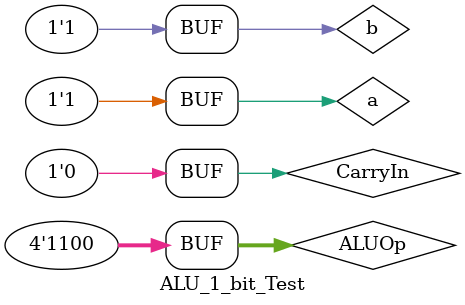
<source format=v>
`timescale 1ns / 1ps

module ALU_1_bit_Test();

    reg a, b, CarryIn;
    reg [3:0] ALUOp;
    wire Result, CarryOut;
    
    ALU_1_bit ALUTest(a, b, CarryIn, ALUOp, Result, CarryOut);
    
    initial
    begin
    
        #0
            a = 0; b = 0; CarryIn = 1; ALUOp = 4'b0000;     // AND
        #100
            a = 0; b = 1; CarryIn = 0; ALUOp = 4'b0000;     // AND
        #100
            a = 1; b = 1; CarryIn = 1; ALUOp = 4'b0000;     // AND
        
        #100
            a = 0; b = 0; CarryIn = 0; ALUOp = 4'b0001;     // OR
        #100
            a = 0; b = 1; CarryIn = 1; ALUOp = 4'b0001;     // OR
        #100
            a = 1; b = 1; CarryIn = 0; ALUOp = 4'b0001;     // OR
            
        #100
            a = 0; b = 0; CarryIn = 0; ALUOp = 4'b0010;     // Adder
        #100
            a = 0; b = 1; CarryIn = 0; ALUOp = 4'b0010;     // Adder
        #100
            a = 1; b = 1; CarryIn = 1; ALUOp = 4'b0010;     // Adder
        
        #100
            a = 0; b = 0; CarryIn = 1; ALUOp = 4'b0110;     // Subtract
        #100
            a = 0; b = 1; CarryIn = 1; ALUOp = 4'b0110;     // Subtract
        #100
            a = 1; b = 1; CarryIn = 1; ALUOp = 4'b0110;     // Subtract
            
        #100
            a = 0; b = 0; CarryIn = 0; ALUOp = 4'b1100;     // NOR
        #100
            a = 0; b = 1; CarryIn = 1; ALUOp = 4'b1100;     // NOR
        #100
            a = 1; b = 1; CarryIn = 0; ALUOp = 4'b1100;     // NOR
            
    end

endmodule

</source>
